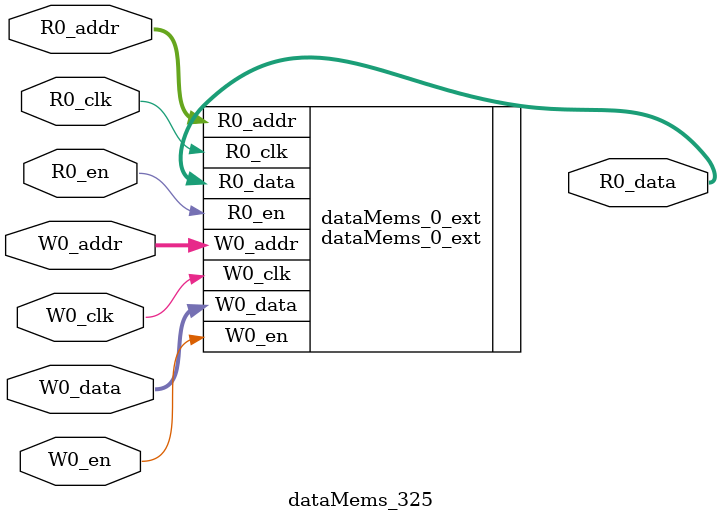
<source format=sv>
`ifndef RANDOMIZE
  `ifdef RANDOMIZE_REG_INIT
    `define RANDOMIZE
  `endif // RANDOMIZE_REG_INIT
`endif // not def RANDOMIZE
`ifndef RANDOMIZE
  `ifdef RANDOMIZE_MEM_INIT
    `define RANDOMIZE
  `endif // RANDOMIZE_MEM_INIT
`endif // not def RANDOMIZE

`ifndef RANDOM
  `define RANDOM $random
`endif // not def RANDOM

// Users can define 'PRINTF_COND' to add an extra gate to prints.
`ifndef PRINTF_COND_
  `ifdef PRINTF_COND
    `define PRINTF_COND_ (`PRINTF_COND)
  `else  // PRINTF_COND
    `define PRINTF_COND_ 1
  `endif // PRINTF_COND
`endif // not def PRINTF_COND_

// Users can define 'ASSERT_VERBOSE_COND' to add an extra gate to assert error printing.
`ifndef ASSERT_VERBOSE_COND_
  `ifdef ASSERT_VERBOSE_COND
    `define ASSERT_VERBOSE_COND_ (`ASSERT_VERBOSE_COND)
  `else  // ASSERT_VERBOSE_COND
    `define ASSERT_VERBOSE_COND_ 1
  `endif // ASSERT_VERBOSE_COND
`endif // not def ASSERT_VERBOSE_COND_

// Users can define 'STOP_COND' to add an extra gate to stop conditions.
`ifndef STOP_COND_
  `ifdef STOP_COND
    `define STOP_COND_ (`STOP_COND)
  `else  // STOP_COND
    `define STOP_COND_ 1
  `endif // STOP_COND
`endif // not def STOP_COND_

// Users can define INIT_RANDOM as general code that gets injected into the
// initializer block for modules with registers.
`ifndef INIT_RANDOM
  `define INIT_RANDOM
`endif // not def INIT_RANDOM

// If using random initialization, you can also define RANDOMIZE_DELAY to
// customize the delay used, otherwise 0.002 is used.
`ifndef RANDOMIZE_DELAY
  `define RANDOMIZE_DELAY 0.002
`endif // not def RANDOMIZE_DELAY

// Define INIT_RANDOM_PROLOG_ for use in our modules below.
`ifndef INIT_RANDOM_PROLOG_
  `ifdef RANDOMIZE
    `ifdef VERILATOR
      `define INIT_RANDOM_PROLOG_ `INIT_RANDOM
    `else  // VERILATOR
      `define INIT_RANDOM_PROLOG_ `INIT_RANDOM #`RANDOMIZE_DELAY begin end
    `endif // VERILATOR
  `else  // RANDOMIZE
    `define INIT_RANDOM_PROLOG_
  `endif // RANDOMIZE
`endif // not def INIT_RANDOM_PROLOG_

// Include register initializers in init blocks unless synthesis is set
`ifndef SYNTHESIS
  `ifndef ENABLE_INITIAL_REG_
    `define ENABLE_INITIAL_REG_
  `endif // not def ENABLE_INITIAL_REG_
`endif // not def SYNTHESIS

// Include rmemory initializers in init blocks unless synthesis is set
`ifndef SYNTHESIS
  `ifndef ENABLE_INITIAL_MEM_
    `define ENABLE_INITIAL_MEM_
  `endif // not def ENABLE_INITIAL_MEM_
`endif // not def SYNTHESIS

module dataMems_325(	// @[generators/ara/src/main/scala/UnsafeAXI4ToTL.scala:365:62]
  input  [4:0]  R0_addr,
  input         R0_en,
  input         R0_clk,
  output [66:0] R0_data,
  input  [4:0]  W0_addr,
  input         W0_en,
  input         W0_clk,
  input  [66:0] W0_data
);

  dataMems_0_ext dataMems_0_ext (	// @[generators/ara/src/main/scala/UnsafeAXI4ToTL.scala:365:62]
    .R0_addr (R0_addr),
    .R0_en   (R0_en),
    .R0_clk  (R0_clk),
    .R0_data (R0_data),
    .W0_addr (W0_addr),
    .W0_en   (W0_en),
    .W0_clk  (W0_clk),
    .W0_data (W0_data)
  );
endmodule


</source>
